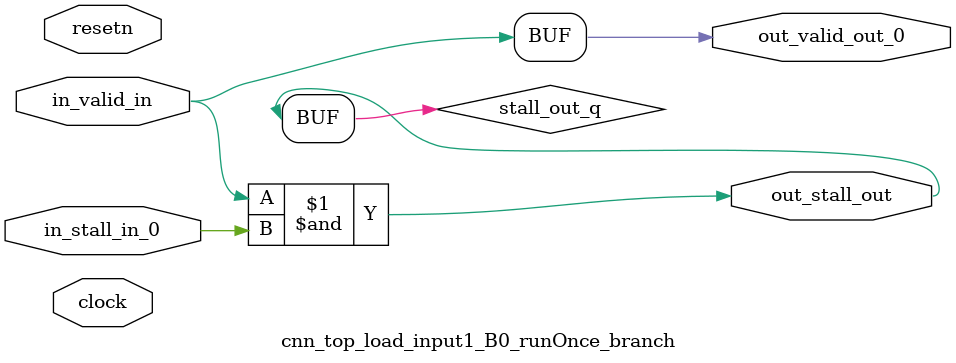
<source format=sv>



(* altera_attribute = "-name AUTO_SHIFT_REGISTER_RECOGNITION OFF; -name MESSAGE_DISABLE 10036; -name MESSAGE_DISABLE 10037; -name MESSAGE_DISABLE 14130; -name MESSAGE_DISABLE 14320; -name MESSAGE_DISABLE 15400; -name MESSAGE_DISABLE 14130; -name MESSAGE_DISABLE 10036; -name MESSAGE_DISABLE 12020; -name MESSAGE_DISABLE 12030; -name MESSAGE_DISABLE 12010; -name MESSAGE_DISABLE 12110; -name MESSAGE_DISABLE 14320; -name MESSAGE_DISABLE 13410; -name MESSAGE_DISABLE 113007; -name MESSAGE_DISABLE 10958" *)
module cnn_top_load_input1_B0_runOnce_branch (
    input wire [0:0] in_stall_in_0,
    input wire [0:0] in_valid_in,
    output wire [0:0] out_stall_out,
    output wire [0:0] out_valid_out_0,
    input wire clock,
    input wire resetn
    );

    wire [0:0] stall_out_q;


    // stall_out(LOGICAL,6)
    assign stall_out_q = in_valid_in & in_stall_in_0;

    // out_stall_out(GPOUT,4)
    assign out_stall_out = stall_out_q;

    // out_valid_out_0(GPOUT,5)
    assign out_valid_out_0 = in_valid_in;

endmodule

</source>
